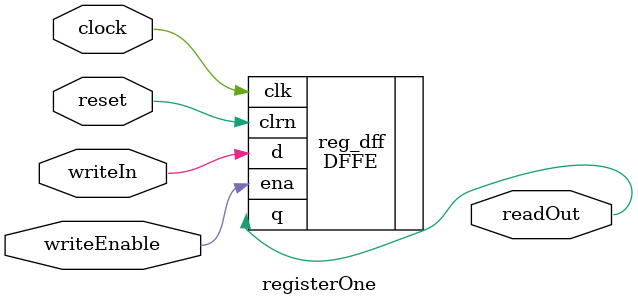
<source format=v>
module regfile(clock, ctrl_writeEnable, ctrl_reset, ctrl_writeReg, ctrl_readRegA, ctrl_readRegB, data_writeReg, data_readRegA, data_readRegB);
   input clock, ctrl_writeEnable, ctrl_reset;
   input [4:0] ctrl_writeReg, ctrl_readRegA, ctrl_readRegB;
   input [31:0] data_writeReg;
   output [31:0] data_readRegA, data_readRegB;
	
	wire [31:0] choosenReg; 
	decoder32bit findWriteRegister (.out(choosenReg), .enable(ctrl_writeEnable), .select(ctrl_writeReg));
	
	wire flipReset;
	assign flipReset = ~ctrl_reset;
	
	wire [31:0] registerToTBuff [31:0];
	genvar k;
	generate
		for(k = 0 ; k < 32 ; k = k + 1 ) begin: loop3
			register a_reg (.writeIn(data_writeReg), .clock(clock), .writeEnable(choosenReg[k]), .reset(flipReset), .readOut(registerToTBuff[k]));
		end
	endgenerate
	
	wire [31:0] decoderToReadPortA;
	decoder32bit readPortOne (.out(decoderToReadPortA), .select(ctrl_readRegA), .enable(1'b1));
	
	wire [31:0] decoderToReadPortB;
	decoder32bit readPortTwo (.out(decoderToReadPortB), .select(ctrl_readRegB), .enable(1'b1));
	
	genvar j;
	generate
		for( j = 0 ; j < 32 ; j = j + 1) begin: loop
			tbuff32 a_tbuff32ReadPortOne (.in(registerToTBuff[j]), .oe(decoderToReadPortA[j]), .out(data_readRegA));
		end
	endgenerate
	
	genvar y;
	generate
		for (y = 0 ; y < 32 ; y = y + 1) begin: loop5
			tbuff32 a_tbuff32ReadPortTwo (.in(registerToTBuff[y]), .oe(decoderToReadPortB[y]), .out(data_readRegB));
		end
	endgenerate

endmodule

module decoder32bit(out,select,enable);
	input [4:0] select;
	input enable;
	output [31:0] out;
	assign out = enable << select;
endmodule


module register(writeIn, clock, writeEnable, reset, readOut);
	input [31:0] writeIn;
	input clock, reset, writeEnable;
	output [31:0] readOut;
	
	genvar x;
	generate
		for(x = 0 ; x < 32 ; x = x +1) begin: loop1
			DFFE reg_dff(.d(writeIn[x]), .clk(clock), .ena(writeEnable), .q(readOut[x]), .clrn(reset));
		end
	endgenerate
endmodule

//module tbuff(in, oe, out);
//	input in, oe;
//	output out;
//	
//	assign out = oe ? in : 1'bz;
//	
//endmodule


module registerFive(writeIn, clock, writeEnable, reset, readOut);
	input [4:0] writeIn;
	input clock, reset, writeEnable;
	output [4:0] readOut;
	
	genvar x;
	generate
		for(x = 0 ; x < 5 ; x = x +1) begin: loop1
			DFFE reg_dff(.d(writeIn[x]), .clk(clock), .ena(writeEnable), .q(readOut[x]), .clrn(reset));
		end
	endgenerate
endmodule

module registerTwentySeven(writeIn, clock, writeEnable, reset, readOut);
	input [26:0] writeIn;
	input clock, reset, writeEnable;
	output [26:0] readOut;
	
	genvar x;
	generate
		for(x = 0 ; x < 27 ; x = x +1) begin: loop1
			DFFE reg_dff(.d(writeIn[x]), .clk(clock), .ena(writeEnable), .q(readOut[x]), .clrn(reset));
		end
	endgenerate
endmodule

module registerSeventeen(writeIn, clock, writeEnable, reset, readOut);
	input [16:0] writeIn;
	input clock, reset, writeEnable;
	output [16:0] readOut;
	
	genvar x;
	generate
		for(x = 0 ; x < 17 ; x = x +1) begin: loop1
			DFFE reg_dff(.d(writeIn[x]), .clk(clock), .ena(writeEnable), .q(readOut[x]), .clrn(reset));
		end
	endgenerate
endmodule

module tbuff(in, oe, out);
	input in, oe;
	output out;
	
	assign out = oe ? in : 1'bz;
	
endmodule

module tbuff32(in, oe, out);
	input [31:0] in; 
	input oe;
	output [31:0] out;
	
	genvar i;
	generate
		for(i = 0 ; i < 32 ; i = i + 1) begin: loop2
			tbuff a_tbuff(.in(in[i]),.oe(oe),.out(out[i]));
		end
	endgenerate
endmodule



module registerOne(writeIn, clock, writeEnable, reset, readOut);
	input  writeIn;
	input clock, reset, writeEnable;
	output  readOut;
	

			DFFE reg_dff(.d(writeIn), .clk(clock), .ena(writeEnable), .q(readOut), .clrn(reset));
	
endmodule




	
	
</source>
